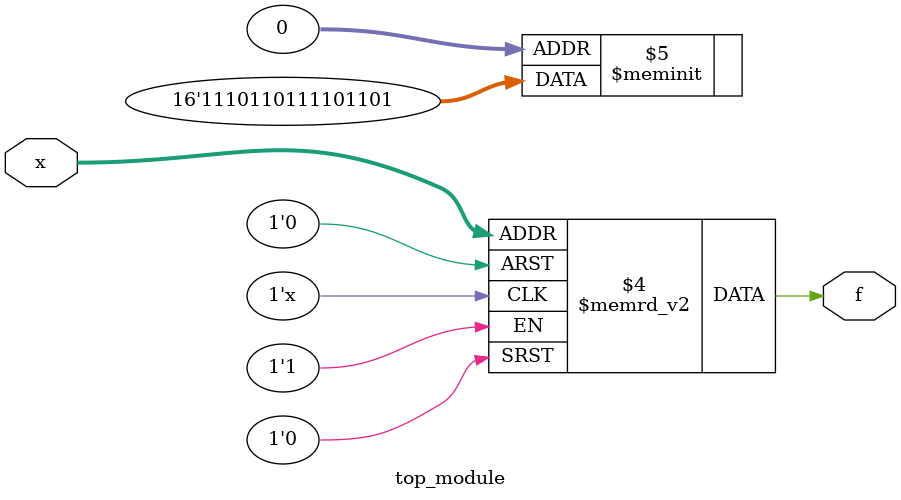
<source format=sv>
module top_module (
    input [4:1] x,
    output logic f
);

    always_comb begin
        case (x)
            4'b0001, 4'b0100, 4'b1001, 4'b1100: f = 0;
            4'b0101, 4'b0110, 4'b0111, 4'b1000, 4'b1001, 4'b1010, 4'b1011: f = 1;
            4'b0000, 4'b0010, 4'b0011, 4'b1110, 4'b1111, 4'b1101, 4'b0100, 4'b1010: f = 1;
            default: f = 1'b0; // Default case if none of the above conditions are met
        endcase
    end

endmodule

</source>
